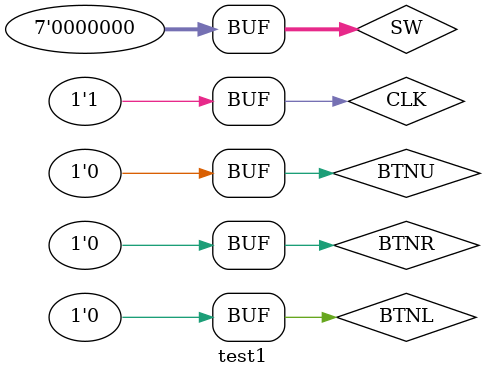
<source format=v>
`timescale 1ns / 1ps


module test1;

	// Inputs
	reg BTNL;
	reg BTNR;
	reg BTNU;
	reg [6:0] SW;
	reg CLK;

	// Outputs
	wire [7:0] LED;

	// Instantiate the Unit Under Test (UUT)
	lab1_top_module uut (
		.BTNL(BTNL), 
		.BTNR(BTNR), 
		.BTNU(BTNU), 
		.SW(SW), 
		.CLK(CLK), 
		.LED(LED)
	);

	initial begin
		// Initialize Inputs
		BTNL = 0;
		BTNR = 0;
		BTNU = 0;
		SW = 0;
		CLK = 0;

		// Wait 100 ns for global reset to finish
		#100;
        
		// Add stimulus here
		#20;
		CLK=1;
		#20;
		CLK=~CLK;

		#20;
		CLK=~CLK;
		#20;
		CLK=~CLK;
		#20;
		CLK=~CLK;
		#20;
		CLK=~CLK;
		#20;
		CLK=~CLK;
		#20;
		CLK=~CLK;
		#20;
		CLK=~CLK;
		#20;
		CLK=~CLK;
		#20;
		CLK=~CLK;
		#20;
		CLK=~CLK;
		#20;
		CLK=~CLK;
		#20;
		CLK=~CLK;
		#20;
		CLK=~CLK;

	end
      
endmodule


</source>
